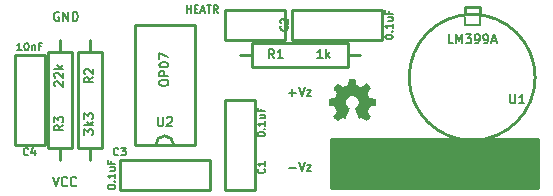
<source format=gto>
G04 (created by PCBNEW (2013-07-07 BZR 4022)-stable) date Fri 26 Aug 2022 02:56:40 AM CDT*
%MOIN*%
G04 Gerber Fmt 3.4, Leading zero omitted, Abs format*
%FSLAX34Y34*%
G01*
G70*
G90*
G04 APERTURE LIST*
%ADD10C,0.00590551*%
%ADD11C,0.00787402*%
%ADD12C,0.005*%
%ADD13C,0.006*%
%ADD14C,0.01*%
%ADD15C,0.0001*%
G04 APERTURE END LIST*
G54D10*
G54D11*
X80000Y-54000D02*
X80000Y-53750D01*
X79500Y-54000D02*
X80000Y-54000D01*
X79500Y-53750D02*
X79500Y-54000D01*
G54D12*
X70238Y-53601D02*
X70238Y-53351D01*
X70238Y-53470D02*
X70380Y-53470D01*
X70380Y-53601D02*
X70380Y-53351D01*
X70499Y-53470D02*
X70583Y-53470D01*
X70619Y-53601D02*
X70499Y-53601D01*
X70499Y-53351D01*
X70619Y-53351D01*
X70714Y-53529D02*
X70833Y-53529D01*
X70690Y-53601D02*
X70773Y-53351D01*
X70857Y-53601D01*
X70904Y-53351D02*
X71047Y-53351D01*
X70976Y-53601D02*
X70976Y-53351D01*
X71273Y-53601D02*
X71190Y-53482D01*
X71130Y-53601D02*
X71130Y-53351D01*
X71226Y-53351D01*
X71250Y-53363D01*
X71261Y-53375D01*
X71273Y-53398D01*
X71273Y-53434D01*
X71261Y-53458D01*
X71250Y-53470D01*
X71226Y-53482D01*
X71130Y-53482D01*
G54D13*
X73635Y-56257D02*
X73864Y-56257D01*
X73750Y-56371D02*
X73750Y-56142D01*
X73964Y-56071D02*
X74064Y-56371D01*
X74164Y-56071D01*
X74235Y-56171D02*
X74392Y-56171D01*
X74235Y-56371D01*
X74392Y-56371D01*
X73635Y-58757D02*
X73864Y-58757D01*
X73964Y-58571D02*
X74064Y-58871D01*
X74164Y-58571D01*
X74235Y-58671D02*
X74392Y-58671D01*
X74235Y-58871D01*
X74392Y-58871D01*
X65778Y-59071D02*
X65878Y-59371D01*
X65978Y-59071D01*
X66250Y-59342D02*
X66235Y-59357D01*
X66192Y-59371D01*
X66164Y-59371D01*
X66121Y-59357D01*
X66092Y-59328D01*
X66078Y-59300D01*
X66064Y-59242D01*
X66064Y-59200D01*
X66078Y-59142D01*
X66092Y-59114D01*
X66121Y-59085D01*
X66164Y-59071D01*
X66192Y-59071D01*
X66235Y-59085D01*
X66250Y-59100D01*
X66550Y-59342D02*
X66535Y-59357D01*
X66492Y-59371D01*
X66464Y-59371D01*
X66421Y-59357D01*
X66392Y-59328D01*
X66378Y-59300D01*
X66364Y-59242D01*
X66364Y-59200D01*
X66378Y-59142D01*
X66392Y-59114D01*
X66421Y-59085D01*
X66464Y-59071D01*
X66492Y-59071D01*
X66535Y-59085D01*
X66550Y-59100D01*
X65978Y-53585D02*
X65950Y-53571D01*
X65907Y-53571D01*
X65864Y-53585D01*
X65835Y-53614D01*
X65821Y-53642D01*
X65807Y-53700D01*
X65807Y-53742D01*
X65821Y-53800D01*
X65835Y-53828D01*
X65864Y-53857D01*
X65907Y-53871D01*
X65935Y-53871D01*
X65978Y-53857D01*
X65992Y-53842D01*
X65992Y-53742D01*
X65935Y-53742D01*
X66121Y-53871D02*
X66121Y-53571D01*
X66292Y-53871D01*
X66292Y-53571D01*
X66435Y-53871D02*
X66435Y-53571D01*
X66507Y-53571D01*
X66550Y-53585D01*
X66578Y-53614D01*
X66592Y-53642D01*
X66607Y-53700D01*
X66607Y-53742D01*
X66592Y-53800D01*
X66578Y-53828D01*
X66550Y-53857D01*
X66507Y-53871D01*
X66435Y-53871D01*
G54D14*
X80000Y-53400D02*
X80000Y-53650D01*
X79500Y-53400D02*
X79500Y-53650D01*
X79500Y-53400D02*
X80000Y-53400D01*
X81850Y-55750D02*
G75*
G03X81850Y-55750I-2100J0D01*
G74*
G01*
X67000Y-54500D02*
X67000Y-54900D01*
X67000Y-54900D02*
X67400Y-54900D01*
X67400Y-54900D02*
X67400Y-58100D01*
X67400Y-58100D02*
X66600Y-58100D01*
X66600Y-58100D02*
X66600Y-54900D01*
X66600Y-54900D02*
X67000Y-54900D01*
X67000Y-58500D02*
X67000Y-58100D01*
X66000Y-58500D02*
X66000Y-58100D01*
X66000Y-58100D02*
X65600Y-58100D01*
X65600Y-58100D02*
X65600Y-54900D01*
X65600Y-54900D02*
X66400Y-54900D01*
X66400Y-54900D02*
X66400Y-58100D01*
X66400Y-58100D02*
X66000Y-58100D01*
X66000Y-54500D02*
X66000Y-54900D01*
X72000Y-55000D02*
X72400Y-55000D01*
X72400Y-55000D02*
X72400Y-54600D01*
X72400Y-54600D02*
X75600Y-54600D01*
X75600Y-54600D02*
X75600Y-55400D01*
X75600Y-55400D02*
X72400Y-55400D01*
X72400Y-55400D02*
X72400Y-55000D01*
X76000Y-55000D02*
X75600Y-55000D01*
X69500Y-57700D02*
G75*
G03X69200Y-58000I0J-300D01*
G74*
G01*
X69800Y-58000D02*
G75*
G03X69500Y-57700I-300J0D01*
G74*
G01*
X68500Y-58000D02*
X68500Y-54000D01*
X68500Y-54000D02*
X70500Y-54000D01*
X70500Y-54000D02*
X70500Y-58000D01*
X70500Y-58000D02*
X68500Y-58000D01*
X72500Y-59500D02*
X71500Y-59500D01*
X72500Y-56500D02*
X71500Y-56500D01*
X71500Y-56500D02*
X71500Y-59500D01*
X72500Y-56500D02*
X72500Y-59500D01*
X64500Y-55000D02*
X65500Y-55000D01*
X64500Y-58000D02*
X65500Y-58000D01*
X65500Y-58000D02*
X65500Y-55000D01*
X64500Y-58000D02*
X64500Y-55000D01*
X71000Y-58500D02*
X71000Y-59500D01*
X68000Y-58500D02*
X68000Y-59500D01*
X68000Y-59500D02*
X71000Y-59500D01*
X68000Y-58500D02*
X71000Y-58500D01*
X76750Y-53500D02*
X76750Y-54500D01*
X73750Y-53500D02*
X73750Y-54500D01*
X73750Y-54500D02*
X76750Y-54500D01*
X73750Y-53500D02*
X76750Y-53500D01*
X71500Y-53500D02*
X73500Y-53500D01*
X73500Y-53500D02*
X73500Y-54500D01*
X73500Y-54500D02*
X71500Y-54500D01*
X71500Y-54500D02*
X71500Y-53500D01*
G54D15*
G36*
X75273Y-57207D02*
X75281Y-57203D01*
X75300Y-57191D01*
X75326Y-57174D01*
X75357Y-57153D01*
X75388Y-57132D01*
X75414Y-57115D01*
X75432Y-57103D01*
X75439Y-57099D01*
X75443Y-57100D01*
X75458Y-57108D01*
X75480Y-57119D01*
X75492Y-57125D01*
X75512Y-57134D01*
X75522Y-57136D01*
X75523Y-57133D01*
X75531Y-57118D01*
X75542Y-57092D01*
X75557Y-57058D01*
X75574Y-57018D01*
X75592Y-56975D01*
X75610Y-56931D01*
X75628Y-56889D01*
X75643Y-56851D01*
X75656Y-56821D01*
X75664Y-56799D01*
X75667Y-56790D01*
X75666Y-56788D01*
X75656Y-56779D01*
X75639Y-56766D01*
X75601Y-56735D01*
X75565Y-56689D01*
X75542Y-56637D01*
X75535Y-56579D01*
X75541Y-56526D01*
X75562Y-56475D01*
X75598Y-56428D01*
X75642Y-56394D01*
X75693Y-56372D01*
X75750Y-56365D01*
X75805Y-56371D01*
X75857Y-56392D01*
X75904Y-56427D01*
X75923Y-56450D01*
X75950Y-56497D01*
X75966Y-56547D01*
X75967Y-56559D01*
X75965Y-56615D01*
X75949Y-56668D01*
X75920Y-56715D01*
X75879Y-56754D01*
X75874Y-56758D01*
X75855Y-56772D01*
X75843Y-56781D01*
X75833Y-56789D01*
X75903Y-56959D01*
X75914Y-56986D01*
X75934Y-57032D01*
X75951Y-57072D01*
X75964Y-57104D01*
X75974Y-57125D01*
X75978Y-57134D01*
X75978Y-57134D01*
X75984Y-57135D01*
X75997Y-57130D01*
X76021Y-57119D01*
X76037Y-57111D01*
X76055Y-57102D01*
X76063Y-57099D01*
X76070Y-57103D01*
X76087Y-57114D01*
X76112Y-57131D01*
X76142Y-57151D01*
X76171Y-57171D01*
X76198Y-57189D01*
X76217Y-57201D01*
X76227Y-57206D01*
X76228Y-57206D01*
X76236Y-57201D01*
X76252Y-57189D01*
X76275Y-57167D01*
X76307Y-57135D01*
X76312Y-57130D01*
X76339Y-57102D01*
X76361Y-57079D01*
X76376Y-57063D01*
X76381Y-57056D01*
X76381Y-57056D01*
X76376Y-57046D01*
X76364Y-57027D01*
X76346Y-57000D01*
X76325Y-56969D01*
X76269Y-56887D01*
X76300Y-56810D01*
X76309Y-56787D01*
X76321Y-56758D01*
X76330Y-56738D01*
X76335Y-56729D01*
X76343Y-56726D01*
X76364Y-56721D01*
X76395Y-56714D01*
X76431Y-56708D01*
X76466Y-56701D01*
X76497Y-56695D01*
X76520Y-56691D01*
X76530Y-56689D01*
X76532Y-56687D01*
X76534Y-56682D01*
X76536Y-56672D01*
X76536Y-56653D01*
X76537Y-56623D01*
X76537Y-56579D01*
X76537Y-56575D01*
X76536Y-56533D01*
X76536Y-56500D01*
X76535Y-56479D01*
X76533Y-56471D01*
X76533Y-56471D01*
X76523Y-56468D01*
X76501Y-56464D01*
X76470Y-56457D01*
X76432Y-56450D01*
X76430Y-56450D01*
X76393Y-56443D01*
X76362Y-56436D01*
X76340Y-56431D01*
X76331Y-56428D01*
X76329Y-56426D01*
X76321Y-56411D01*
X76310Y-56388D01*
X76298Y-56360D01*
X76286Y-56331D01*
X76275Y-56304D01*
X76268Y-56285D01*
X76266Y-56276D01*
X76266Y-56276D01*
X76272Y-56267D01*
X76285Y-56247D01*
X76303Y-56221D01*
X76325Y-56189D01*
X76326Y-56186D01*
X76348Y-56155D01*
X76365Y-56128D01*
X76377Y-56109D01*
X76381Y-56101D01*
X76381Y-56100D01*
X76374Y-56091D01*
X76358Y-56073D01*
X76335Y-56049D01*
X76307Y-56021D01*
X76298Y-56013D01*
X76268Y-55983D01*
X76247Y-55963D01*
X76233Y-55953D01*
X76227Y-55950D01*
X76227Y-55951D01*
X76217Y-55956D01*
X76197Y-55969D01*
X76170Y-55988D01*
X76138Y-56009D01*
X76136Y-56011D01*
X76105Y-56032D01*
X76079Y-56050D01*
X76060Y-56062D01*
X76052Y-56067D01*
X76050Y-56067D01*
X76038Y-56063D01*
X76015Y-56056D01*
X75988Y-56045D01*
X75959Y-56033D01*
X75932Y-56022D01*
X75912Y-56013D01*
X75903Y-56008D01*
X75903Y-56007D01*
X75899Y-55996D01*
X75894Y-55972D01*
X75887Y-55940D01*
X75880Y-55901D01*
X75879Y-55895D01*
X75872Y-55858D01*
X75866Y-55827D01*
X75861Y-55805D01*
X75859Y-55796D01*
X75854Y-55795D01*
X75835Y-55794D01*
X75807Y-55793D01*
X75773Y-55793D01*
X75738Y-55793D01*
X75704Y-55794D01*
X75674Y-55795D01*
X75653Y-55796D01*
X75644Y-55798D01*
X75643Y-55799D01*
X75640Y-55810D01*
X75635Y-55834D01*
X75628Y-55866D01*
X75621Y-55905D01*
X75620Y-55912D01*
X75613Y-55949D01*
X75606Y-55980D01*
X75602Y-56001D01*
X75599Y-56009D01*
X75596Y-56011D01*
X75581Y-56018D01*
X75556Y-56028D01*
X75524Y-56041D01*
X75452Y-56070D01*
X75364Y-56009D01*
X75356Y-56004D01*
X75324Y-55982D01*
X75298Y-55965D01*
X75280Y-55953D01*
X75272Y-55949D01*
X75272Y-55949D01*
X75263Y-55957D01*
X75245Y-55973D01*
X75221Y-55997D01*
X75194Y-56024D01*
X75173Y-56045D01*
X75149Y-56070D01*
X75133Y-56086D01*
X75125Y-56097D01*
X75122Y-56104D01*
X75123Y-56108D01*
X75128Y-56117D01*
X75141Y-56136D01*
X75159Y-56163D01*
X75181Y-56194D01*
X75199Y-56221D01*
X75218Y-56250D01*
X75230Y-56271D01*
X75235Y-56282D01*
X75234Y-56286D01*
X75227Y-56303D01*
X75217Y-56330D01*
X75204Y-56361D01*
X75173Y-56431D01*
X75127Y-56439D01*
X75099Y-56445D01*
X75060Y-56452D01*
X75023Y-56459D01*
X74965Y-56471D01*
X74963Y-56683D01*
X74972Y-56687D01*
X74981Y-56690D01*
X75002Y-56694D01*
X75033Y-56700D01*
X75069Y-56707D01*
X75100Y-56713D01*
X75131Y-56719D01*
X75153Y-56723D01*
X75163Y-56725D01*
X75166Y-56729D01*
X75174Y-56744D01*
X75185Y-56768D01*
X75197Y-56797D01*
X75209Y-56826D01*
X75220Y-56854D01*
X75228Y-56875D01*
X75231Y-56886D01*
X75227Y-56894D01*
X75215Y-56912D01*
X75198Y-56938D01*
X75177Y-56969D01*
X75155Y-57000D01*
X75138Y-57027D01*
X75125Y-57046D01*
X75120Y-57054D01*
X75123Y-57060D01*
X75135Y-57075D01*
X75158Y-57099D01*
X75193Y-57134D01*
X75199Y-57139D01*
X75226Y-57166D01*
X75250Y-57187D01*
X75266Y-57202D01*
X75273Y-57207D01*
X75273Y-57207D01*
G37*
G54D13*
X81021Y-56321D02*
X81021Y-56564D01*
X81035Y-56592D01*
X81050Y-56607D01*
X81078Y-56621D01*
X81135Y-56621D01*
X81164Y-56607D01*
X81178Y-56592D01*
X81192Y-56564D01*
X81192Y-56321D01*
X81492Y-56621D02*
X81321Y-56621D01*
X81407Y-56621D02*
X81407Y-56321D01*
X81378Y-56364D01*
X81350Y-56392D01*
X81321Y-56407D01*
X79114Y-54621D02*
X78971Y-54621D01*
X78971Y-54321D01*
X79214Y-54621D02*
X79214Y-54321D01*
X79314Y-54535D01*
X79414Y-54321D01*
X79414Y-54621D01*
X79528Y-54321D02*
X79714Y-54321D01*
X79614Y-54435D01*
X79657Y-54435D01*
X79685Y-54450D01*
X79700Y-54464D01*
X79714Y-54492D01*
X79714Y-54564D01*
X79700Y-54592D01*
X79685Y-54607D01*
X79657Y-54621D01*
X79571Y-54621D01*
X79542Y-54607D01*
X79528Y-54592D01*
X79857Y-54621D02*
X79914Y-54621D01*
X79942Y-54607D01*
X79957Y-54592D01*
X79985Y-54550D01*
X80000Y-54492D01*
X80000Y-54378D01*
X79985Y-54350D01*
X79971Y-54335D01*
X79942Y-54321D01*
X79885Y-54321D01*
X79857Y-54335D01*
X79842Y-54350D01*
X79828Y-54378D01*
X79828Y-54450D01*
X79842Y-54478D01*
X79857Y-54492D01*
X79885Y-54507D01*
X79942Y-54507D01*
X79971Y-54492D01*
X79985Y-54478D01*
X80000Y-54450D01*
X80142Y-54621D02*
X80200Y-54621D01*
X80228Y-54607D01*
X80242Y-54592D01*
X80271Y-54550D01*
X80285Y-54492D01*
X80285Y-54378D01*
X80271Y-54350D01*
X80257Y-54335D01*
X80228Y-54321D01*
X80171Y-54321D01*
X80142Y-54335D01*
X80128Y-54350D01*
X80114Y-54378D01*
X80114Y-54450D01*
X80128Y-54478D01*
X80142Y-54492D01*
X80171Y-54507D01*
X80228Y-54507D01*
X80257Y-54492D01*
X80271Y-54478D01*
X80285Y-54450D01*
X80400Y-54535D02*
X80542Y-54535D01*
X80371Y-54621D02*
X80471Y-54321D01*
X80571Y-54621D01*
X67121Y-55750D02*
X66978Y-55850D01*
X67121Y-55921D02*
X66821Y-55921D01*
X66821Y-55807D01*
X66835Y-55778D01*
X66850Y-55764D01*
X66878Y-55750D01*
X66921Y-55750D01*
X66950Y-55764D01*
X66964Y-55778D01*
X66978Y-55807D01*
X66978Y-55921D01*
X66850Y-55635D02*
X66835Y-55621D01*
X66821Y-55592D01*
X66821Y-55521D01*
X66835Y-55492D01*
X66850Y-55478D01*
X66878Y-55464D01*
X66907Y-55464D01*
X66950Y-55478D01*
X67121Y-55650D01*
X67121Y-55464D01*
X66821Y-57664D02*
X66821Y-57478D01*
X66935Y-57578D01*
X66935Y-57535D01*
X66950Y-57507D01*
X66964Y-57492D01*
X66992Y-57478D01*
X67064Y-57478D01*
X67092Y-57492D01*
X67107Y-57507D01*
X67121Y-57535D01*
X67121Y-57621D01*
X67107Y-57649D01*
X67092Y-57664D01*
X67121Y-57349D02*
X66821Y-57349D01*
X67007Y-57321D02*
X67121Y-57235D01*
X66921Y-57235D02*
X67035Y-57349D01*
X66821Y-57135D02*
X66821Y-56950D01*
X66935Y-57050D01*
X66935Y-57007D01*
X66950Y-56978D01*
X66964Y-56964D01*
X66992Y-56950D01*
X67064Y-56950D01*
X67092Y-56964D01*
X67107Y-56978D01*
X67121Y-57007D01*
X67121Y-57092D01*
X67107Y-57121D01*
X67092Y-57135D01*
X66121Y-57350D02*
X65978Y-57450D01*
X66121Y-57521D02*
X65821Y-57521D01*
X65821Y-57407D01*
X65835Y-57378D01*
X65850Y-57364D01*
X65878Y-57350D01*
X65921Y-57350D01*
X65950Y-57364D01*
X65964Y-57378D01*
X65978Y-57407D01*
X65978Y-57521D01*
X65821Y-57250D02*
X65821Y-57064D01*
X65935Y-57164D01*
X65935Y-57121D01*
X65950Y-57092D01*
X65964Y-57078D01*
X65992Y-57064D01*
X66064Y-57064D01*
X66092Y-57078D01*
X66107Y-57092D01*
X66121Y-57121D01*
X66121Y-57207D01*
X66107Y-57235D01*
X66092Y-57250D01*
X65850Y-56049D02*
X65835Y-56035D01*
X65821Y-56007D01*
X65821Y-55935D01*
X65835Y-55907D01*
X65850Y-55892D01*
X65878Y-55878D01*
X65907Y-55878D01*
X65950Y-55892D01*
X66121Y-56064D01*
X66121Y-55878D01*
X65850Y-55764D02*
X65835Y-55749D01*
X65821Y-55721D01*
X65821Y-55649D01*
X65835Y-55621D01*
X65850Y-55607D01*
X65878Y-55592D01*
X65907Y-55592D01*
X65950Y-55607D01*
X66121Y-55778D01*
X66121Y-55592D01*
X66121Y-55464D02*
X65821Y-55464D01*
X66007Y-55435D02*
X66121Y-55350D01*
X65921Y-55350D02*
X66035Y-55464D01*
X73150Y-55121D02*
X73050Y-54978D01*
X72978Y-55121D02*
X72978Y-54821D01*
X73092Y-54821D01*
X73121Y-54835D01*
X73135Y-54850D01*
X73150Y-54878D01*
X73150Y-54921D01*
X73135Y-54950D01*
X73121Y-54964D01*
X73092Y-54978D01*
X72978Y-54978D01*
X73435Y-55121D02*
X73264Y-55121D01*
X73350Y-55121D02*
X73350Y-54821D01*
X73321Y-54864D01*
X73292Y-54892D01*
X73264Y-54907D01*
X74764Y-55121D02*
X74592Y-55121D01*
X74678Y-55121D02*
X74678Y-54821D01*
X74650Y-54864D01*
X74621Y-54892D01*
X74592Y-54907D01*
X74892Y-55121D02*
X74892Y-54821D01*
X74921Y-55007D02*
X75007Y-55121D01*
X75007Y-54921D02*
X74892Y-55035D01*
X69271Y-57071D02*
X69271Y-57314D01*
X69285Y-57342D01*
X69300Y-57357D01*
X69328Y-57371D01*
X69385Y-57371D01*
X69414Y-57357D01*
X69428Y-57342D01*
X69442Y-57314D01*
X69442Y-57071D01*
X69571Y-57100D02*
X69585Y-57085D01*
X69614Y-57071D01*
X69685Y-57071D01*
X69714Y-57085D01*
X69728Y-57100D01*
X69742Y-57128D01*
X69742Y-57157D01*
X69728Y-57200D01*
X69557Y-57371D01*
X69742Y-57371D01*
X69321Y-55964D02*
X69321Y-55907D01*
X69335Y-55878D01*
X69364Y-55850D01*
X69421Y-55835D01*
X69521Y-55835D01*
X69578Y-55850D01*
X69607Y-55878D01*
X69621Y-55907D01*
X69621Y-55964D01*
X69607Y-55992D01*
X69578Y-56021D01*
X69521Y-56035D01*
X69421Y-56035D01*
X69364Y-56021D01*
X69335Y-55992D01*
X69321Y-55964D01*
X69621Y-55707D02*
X69321Y-55707D01*
X69321Y-55592D01*
X69335Y-55564D01*
X69350Y-55550D01*
X69378Y-55535D01*
X69421Y-55535D01*
X69450Y-55550D01*
X69464Y-55564D01*
X69478Y-55592D01*
X69478Y-55707D01*
X69321Y-55350D02*
X69321Y-55321D01*
X69335Y-55292D01*
X69350Y-55278D01*
X69378Y-55264D01*
X69435Y-55250D01*
X69507Y-55250D01*
X69564Y-55264D01*
X69592Y-55278D01*
X69607Y-55292D01*
X69621Y-55321D01*
X69621Y-55350D01*
X69607Y-55378D01*
X69592Y-55392D01*
X69564Y-55407D01*
X69507Y-55421D01*
X69435Y-55421D01*
X69378Y-55407D01*
X69350Y-55392D01*
X69335Y-55378D01*
X69321Y-55350D01*
X69321Y-55150D02*
X69321Y-54950D01*
X69621Y-55078D01*
G54D12*
X72827Y-58791D02*
X72839Y-58803D01*
X72851Y-58839D01*
X72851Y-58863D01*
X72839Y-58898D01*
X72815Y-58922D01*
X72791Y-58934D01*
X72744Y-58946D01*
X72708Y-58946D01*
X72660Y-58934D01*
X72636Y-58922D01*
X72613Y-58898D01*
X72601Y-58863D01*
X72601Y-58839D01*
X72613Y-58803D01*
X72625Y-58791D01*
X72851Y-58553D02*
X72851Y-58696D01*
X72851Y-58625D02*
X72601Y-58625D01*
X72636Y-58648D01*
X72660Y-58672D01*
X72672Y-58696D01*
X72601Y-57660D02*
X72601Y-57636D01*
X72613Y-57613D01*
X72625Y-57601D01*
X72648Y-57589D01*
X72696Y-57577D01*
X72755Y-57577D01*
X72803Y-57589D01*
X72827Y-57601D01*
X72839Y-57613D01*
X72851Y-57636D01*
X72851Y-57660D01*
X72839Y-57684D01*
X72827Y-57696D01*
X72803Y-57708D01*
X72755Y-57720D01*
X72696Y-57720D01*
X72648Y-57708D01*
X72625Y-57696D01*
X72613Y-57684D01*
X72601Y-57660D01*
X72827Y-57470D02*
X72839Y-57458D01*
X72851Y-57470D01*
X72839Y-57482D01*
X72827Y-57470D01*
X72851Y-57470D01*
X72851Y-57220D02*
X72851Y-57363D01*
X72851Y-57291D02*
X72601Y-57291D01*
X72636Y-57315D01*
X72660Y-57339D01*
X72672Y-57363D01*
X72684Y-57005D02*
X72851Y-57005D01*
X72684Y-57113D02*
X72815Y-57113D01*
X72839Y-57101D01*
X72851Y-57077D01*
X72851Y-57041D01*
X72839Y-57017D01*
X72827Y-57005D01*
X72720Y-56803D02*
X72720Y-56886D01*
X72851Y-56886D02*
X72601Y-56886D01*
X72601Y-56767D01*
X64958Y-58327D02*
X64946Y-58339D01*
X64910Y-58351D01*
X64886Y-58351D01*
X64851Y-58339D01*
X64827Y-58315D01*
X64815Y-58291D01*
X64803Y-58244D01*
X64803Y-58208D01*
X64815Y-58160D01*
X64827Y-58136D01*
X64851Y-58113D01*
X64886Y-58101D01*
X64910Y-58101D01*
X64946Y-58113D01*
X64958Y-58125D01*
X65172Y-58184D02*
X65172Y-58351D01*
X65113Y-58089D02*
X65053Y-58267D01*
X65208Y-58267D01*
X64732Y-54851D02*
X64589Y-54851D01*
X64660Y-54851D02*
X64660Y-54601D01*
X64636Y-54636D01*
X64613Y-54660D01*
X64589Y-54672D01*
X64886Y-54601D02*
X64910Y-54601D01*
X64934Y-54613D01*
X64946Y-54625D01*
X64958Y-54648D01*
X64970Y-54696D01*
X64970Y-54755D01*
X64958Y-54803D01*
X64946Y-54827D01*
X64934Y-54839D01*
X64910Y-54851D01*
X64886Y-54851D01*
X64863Y-54839D01*
X64851Y-54827D01*
X64839Y-54803D01*
X64827Y-54755D01*
X64827Y-54696D01*
X64839Y-54648D01*
X64851Y-54625D01*
X64863Y-54613D01*
X64886Y-54601D01*
X65077Y-54684D02*
X65077Y-54851D01*
X65077Y-54708D02*
X65089Y-54696D01*
X65113Y-54684D01*
X65148Y-54684D01*
X65172Y-54696D01*
X65184Y-54720D01*
X65184Y-54851D01*
X65386Y-54720D02*
X65303Y-54720D01*
X65303Y-54851D02*
X65303Y-54601D01*
X65422Y-54601D01*
X67958Y-58327D02*
X67946Y-58339D01*
X67910Y-58351D01*
X67886Y-58351D01*
X67851Y-58339D01*
X67827Y-58315D01*
X67815Y-58291D01*
X67803Y-58244D01*
X67803Y-58208D01*
X67815Y-58160D01*
X67827Y-58136D01*
X67851Y-58113D01*
X67886Y-58101D01*
X67910Y-58101D01*
X67946Y-58113D01*
X67958Y-58125D01*
X68041Y-58101D02*
X68196Y-58101D01*
X68113Y-58196D01*
X68148Y-58196D01*
X68172Y-58208D01*
X68184Y-58220D01*
X68196Y-58244D01*
X68196Y-58303D01*
X68184Y-58327D01*
X68172Y-58339D01*
X68148Y-58351D01*
X68077Y-58351D01*
X68053Y-58339D01*
X68041Y-58327D01*
X67601Y-59410D02*
X67601Y-59386D01*
X67613Y-59363D01*
X67625Y-59351D01*
X67648Y-59339D01*
X67696Y-59327D01*
X67755Y-59327D01*
X67803Y-59339D01*
X67827Y-59351D01*
X67839Y-59363D01*
X67851Y-59386D01*
X67851Y-59410D01*
X67839Y-59434D01*
X67827Y-59446D01*
X67803Y-59458D01*
X67755Y-59470D01*
X67696Y-59470D01*
X67648Y-59458D01*
X67625Y-59446D01*
X67613Y-59434D01*
X67601Y-59410D01*
X67827Y-59220D02*
X67839Y-59208D01*
X67851Y-59220D01*
X67839Y-59232D01*
X67827Y-59220D01*
X67851Y-59220D01*
X67851Y-58970D02*
X67851Y-59113D01*
X67851Y-59041D02*
X67601Y-59041D01*
X67636Y-59065D01*
X67660Y-59089D01*
X67672Y-59113D01*
X67684Y-58755D02*
X67851Y-58755D01*
X67684Y-58863D02*
X67815Y-58863D01*
X67839Y-58851D01*
X67851Y-58827D01*
X67851Y-58791D01*
X67839Y-58767D01*
X67827Y-58755D01*
X67720Y-58553D02*
X67720Y-58636D01*
X67851Y-58636D02*
X67601Y-58636D01*
X67601Y-58517D01*
X73577Y-54041D02*
X73589Y-54053D01*
X73601Y-54089D01*
X73601Y-54113D01*
X73589Y-54148D01*
X73565Y-54172D01*
X73541Y-54184D01*
X73494Y-54196D01*
X73458Y-54196D01*
X73410Y-54184D01*
X73386Y-54172D01*
X73363Y-54148D01*
X73351Y-54113D01*
X73351Y-54089D01*
X73363Y-54053D01*
X73375Y-54041D01*
X73375Y-53946D02*
X73363Y-53934D01*
X73351Y-53910D01*
X73351Y-53851D01*
X73363Y-53827D01*
X73375Y-53815D01*
X73398Y-53803D01*
X73422Y-53803D01*
X73458Y-53815D01*
X73601Y-53958D01*
X73601Y-53803D01*
X76851Y-54410D02*
X76851Y-54386D01*
X76863Y-54363D01*
X76875Y-54351D01*
X76898Y-54339D01*
X76946Y-54327D01*
X77005Y-54327D01*
X77053Y-54339D01*
X77077Y-54351D01*
X77089Y-54363D01*
X77101Y-54386D01*
X77101Y-54410D01*
X77089Y-54434D01*
X77077Y-54446D01*
X77053Y-54458D01*
X77005Y-54470D01*
X76946Y-54470D01*
X76898Y-54458D01*
X76875Y-54446D01*
X76863Y-54434D01*
X76851Y-54410D01*
X77077Y-54220D02*
X77089Y-54208D01*
X77101Y-54220D01*
X77089Y-54232D01*
X77077Y-54220D01*
X77101Y-54220D01*
X77101Y-53970D02*
X77101Y-54113D01*
X77101Y-54041D02*
X76851Y-54041D01*
X76886Y-54065D01*
X76910Y-54089D01*
X76922Y-54113D01*
X76934Y-53755D02*
X77101Y-53755D01*
X76934Y-53863D02*
X77065Y-53863D01*
X77089Y-53851D01*
X77101Y-53827D01*
X77101Y-53791D01*
X77089Y-53767D01*
X77077Y-53755D01*
X76970Y-53553D02*
X76970Y-53636D01*
X77101Y-53636D02*
X76851Y-53636D01*
X76851Y-53517D01*
G54D10*
G36*
X81950Y-59450D02*
X75050Y-59450D01*
X75050Y-57800D01*
X81950Y-57800D01*
X81950Y-59450D01*
X81950Y-59450D01*
G37*
G54D14*
X81950Y-59450D02*
X75050Y-59450D01*
X75050Y-57800D01*
X81950Y-57800D01*
X81950Y-59450D01*
M02*

</source>
